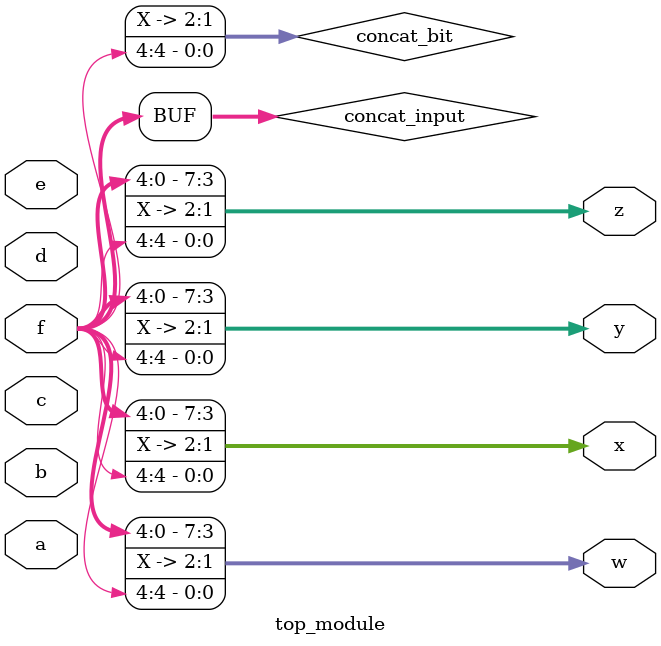
<source format=sv>
module top_module (
  input [4:0] a,
  input [4:0] b,
  input [4:0] c,
  input [4:0] d,
  input [4:0] e,
  input [4:0] f,
  output [7:0] w,
  output [7:0] x,
  output [7:0] y,
  output [7:0] z
);
  
  wire [4:0] concat_input;
  wire [2:0] concat_bit;
  
  // Concatenating inputs a, b, c, d, e, f
  assign concat_input = {a, b, c, d, e, f};
  
  // Assigning last two bits of concatenation to concat_bit
  assign concat_bit = concat_input[6:4];
  
  // Assigning values to the outputs
  assign w = {concat_input[4:0], concat_bit};
  assign x = {concat_input[5:0], concat_bit};
  assign y = {concat_input[6:0], concat_bit};
  assign z = {concat_input, concat_bit};
  
endmodule

</source>
